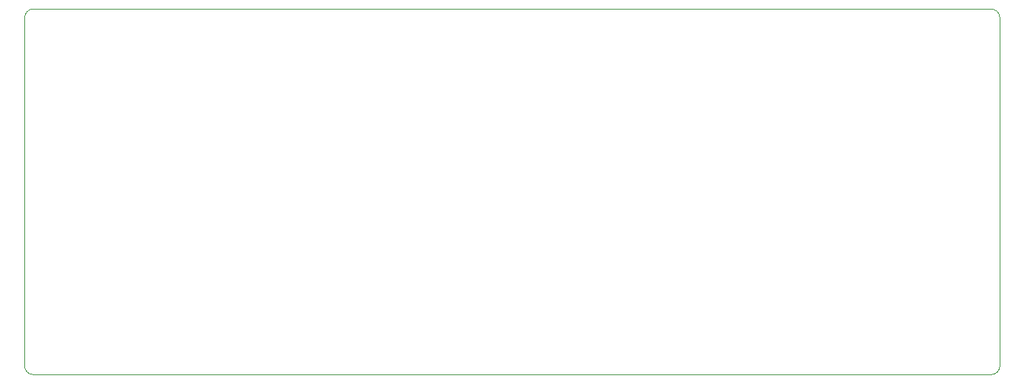
<source format=gbr>
G04 #@! TF.GenerationSoftware,KiCad,Pcbnew,6.0.0-rc1-unknown-106eaaa~84~ubuntu18.04.1*
G04 #@! TF.CreationDate,2018-11-27T01:39:18+00:00*
G04 #@! TF.ProjectId,proto-switch,70726f74-6f2d-4737-9769-7463682e6b69,1*
G04 #@! TF.SameCoordinates,Original*
G04 #@! TF.FileFunction,Profile,NP*
%FSLAX46Y46*%
G04 Gerber Fmt 4.6, Leading zero omitted, Abs format (unit mm)*
G04 Created by KiCad (PCBNEW 6.0.0-rc1-unknown-106eaaa~84~ubuntu18.04.1) date Tue 27 Nov 2018 01:39:18 GMT*
%MOMM*%
%LPD*%
G01*
G04 APERTURE LIST*
%ADD10C,0.050000*%
G04 APERTURE END LIST*
D10*
X80000000Y-119000000D02*
G75*
G02X81000000Y-118000000I1000000J0D01*
G01*
X81000000Y-160000000D02*
G75*
G02X80000000Y-159000000I0J1000000D01*
G01*
X192000000Y-159000000D02*
G75*
G02X191000000Y-160000000I-1000000J0D01*
G01*
X191000000Y-118000000D02*
G75*
G02X192000000Y-119000000I0J-1000000D01*
G01*
X80000000Y-119000000D02*
X80000000Y-159000000D01*
X191000000Y-118000000D02*
X81000000Y-118000000D01*
X192000000Y-159000000D02*
X192000000Y-119000000D01*
X81000000Y-160000000D02*
X191000000Y-160000000D01*
M02*

</source>
